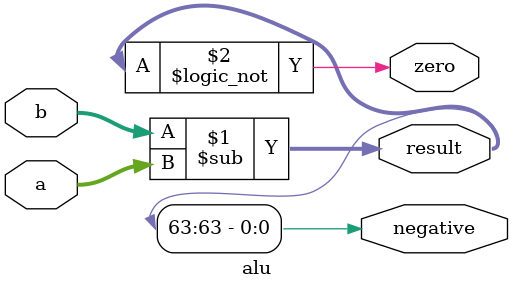
<source format=v>
module alu(
    input wire [63:0] a,      // First operand
    input wire [63:0] b,      // Second operand
    output wire [63:0] result, // Subtraction result
    output wire zero,         // Zero flag
    output wire negative      // Negative flag
);

    // Perform subtraction
    assign result = b - a;
    
    // Generate flags
    assign zero = (result == 64'h0);
    assign negative = result[63];  // MSB indicates negative in two's complement

endmodule

</source>
